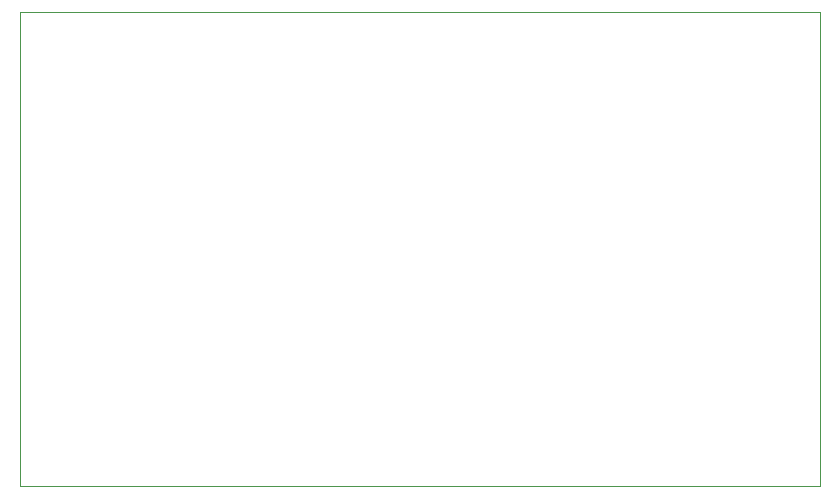
<source format=gbr>
%TF.GenerationSoftware,KiCad,Pcbnew,8.0.5*%
%TF.CreationDate,2024-09-28T10:08:31+02:00*%
%TF.ProjectId,Master,4d617374-6572-42e6-9b69-6361645f7063,rev?*%
%TF.SameCoordinates,Original*%
%TF.FileFunction,Profile,NP*%
%FSLAX46Y46*%
G04 Gerber Fmt 4.6, Leading zero omitted, Abs format (unit mm)*
G04 Created by KiCad (PCBNEW 8.0.5) date 2024-09-28 10:08:31*
%MOMM*%
%LPD*%
G01*
G04 APERTURE LIST*
%TA.AperFunction,Profile*%
%ADD10C,0.050000*%
%TD*%
G04 APERTURE END LIST*
D10*
X35092000Y-68124402D02*
X102775001Y-68124402D01*
X35092000Y-68124402D02*
X35092000Y-28000000D01*
X102775000Y-28000000D02*
X35092000Y-28000000D01*
X102775001Y-68124402D02*
X102775000Y-28000000D01*
M02*

</source>
